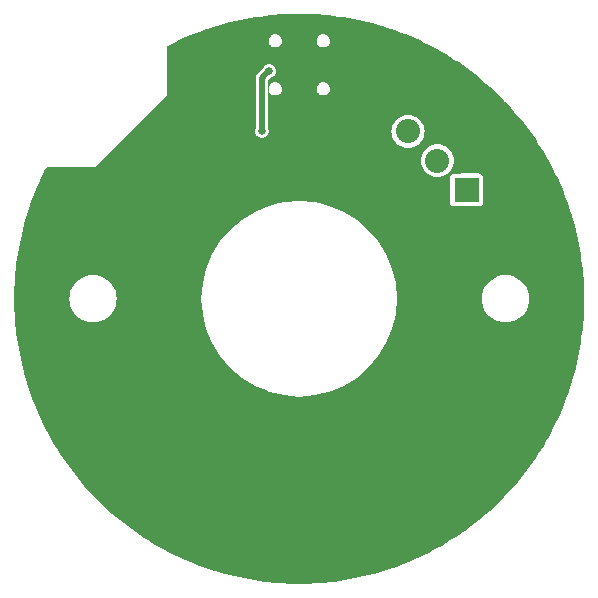
<source format=gbr>
G04 start of page 3 for group 1 idx 1 *
G04 Title: (unknown), solder *
G04 Creator: pcb 4.0.2 *
G04 CreationDate: Thu Apr 29 14:29:46 2021 UTC *
G04 For: petersen *
G04 Format: Gerber/RS-274X *
G04 PCB-Dimensions (mil): 2500.00 2500.00 *
G04 PCB-Coordinate-Origin: lower left *
%MOIN*%
%FSLAX25Y25*%
%LNBOTTOM*%
%ADD33C,0.0472*%
%ADD32C,0.0276*%
%ADD31C,0.6300*%
%ADD30C,0.0120*%
%ADD29C,0.0240*%
%ADD28C,0.0250*%
%ADD27C,0.1378*%
%ADD26C,0.0260*%
%ADD25C,0.0800*%
%ADD24C,0.0200*%
%ADD23C,0.0001*%
G54D23*G36*
X220000Y125000D02*X219986Y123342D01*
X219942Y121685D01*
X219870Y120028D01*
X219769Y118373D01*
X219638Y116720D01*
X219480Y115070D01*
X219292Y113422D01*
X219075Y111779D01*
X218830Y110139D01*
X218557Y108503D01*
X218255Y106873D01*
X217924Y105248D01*
X217565Y103630D01*
X217178Y102017D01*
X216763Y100412D01*
X216320Y98814D01*
X215849Y97225D01*
X215350Y95643D01*
X214824Y94071D01*
X214271Y92508D01*
X213690Y90955D01*
X213082Y89412D01*
X212448Y87881D01*
X211787Y86360D01*
X211099Y84851D01*
X210385Y83355D01*
X209646Y81871D01*
X208880Y80400D01*
X208089Y78943D01*
X207272Y77500D01*
X206431Y76071D01*
X205565Y74658D01*
X204674Y73259D01*
X203759Y71877D01*
X202819Y70510D01*
X201857Y69160D01*
X200870Y67828D01*
X199861Y66512D01*
X198829Y65215D01*
X197774Y63935D01*
X196697Y62674D01*
X195599Y61433D01*
X194479Y60210D01*
X193738Y59429D01*
Y117087D01*
X193750Y117086D01*
X194988Y117183D01*
X196196Y117473D01*
X197343Y117948D01*
X198402Y118597D01*
X199346Y119404D01*
X200153Y120348D01*
X200802Y121407D01*
X201277Y122554D01*
X201567Y123762D01*
X201640Y125000D01*
X201567Y126238D01*
X201277Y127446D01*
X200802Y128593D01*
X200153Y129652D01*
X199346Y130596D01*
X198402Y131403D01*
X197343Y132052D01*
X196196Y132527D01*
X194988Y132817D01*
X193750Y132914D01*
X193738Y132913D01*
Y190571D01*
X194479Y189790D01*
X195599Y188567D01*
X196697Y187326D01*
X197774Y186065D01*
X198829Y184785D01*
X199861Y183488D01*
X200870Y182172D01*
X201857Y180840D01*
X202819Y179490D01*
X203759Y178123D01*
X204674Y176741D01*
X205565Y175342D01*
X206431Y173929D01*
X207272Y172500D01*
X208089Y171057D01*
X208880Y169600D01*
X209646Y168129D01*
X210385Y166645D01*
X211099Y165149D01*
X211787Y163640D01*
X212448Y162119D01*
X213082Y160588D01*
X213690Y159045D01*
X214271Y157492D01*
X214824Y155929D01*
X215350Y154357D01*
X215849Y152775D01*
X216320Y151186D01*
X216763Y149588D01*
X217178Y147983D01*
X217565Y146370D01*
X217924Y144752D01*
X218255Y143127D01*
X218557Y141497D01*
X218830Y139861D01*
X219075Y138221D01*
X219292Y136578D01*
X219480Y134930D01*
X219638Y133280D01*
X219769Y131627D01*
X219870Y129972D01*
X219942Y128315D01*
X219986Y126658D01*
X220000Y125000D01*
G37*
G36*
X193738Y59429D02*X193337Y59007D01*
X192175Y57825D01*
X190993Y56663D01*
X189790Y55521D01*
X188567Y54401D01*
X187326Y53303D01*
X186065Y52226D01*
X184785Y51171D01*
X183488Y50139D01*
X182172Y49130D01*
X180840Y48143D01*
X180744Y48074D01*
Y155763D01*
X184979Y155770D01*
X185209Y155825D01*
X185427Y155916D01*
X185628Y156039D01*
X185808Y156192D01*
X185961Y156372D01*
X186084Y156573D01*
X186175Y156791D01*
X186230Y157021D01*
X186244Y157256D01*
X186230Y165492D01*
X186175Y165721D01*
X186084Y165939D01*
X185961Y166141D01*
X185808Y166320D01*
X185628Y166474D01*
X185427Y166597D01*
X185209Y166687D01*
X184979Y166742D01*
X184744Y166756D01*
X180744Y166750D01*
Y201926D01*
X180840Y201857D01*
X182172Y200870D01*
X183488Y199861D01*
X184785Y198829D01*
X186065Y197774D01*
X187326Y196697D01*
X188567Y195599D01*
X189790Y194479D01*
X190993Y193337D01*
X192175Y192175D01*
X193337Y190993D01*
X193738Y190571D01*
Y132913D01*
X192512Y132817D01*
X191304Y132527D01*
X190157Y132052D01*
X189098Y131403D01*
X188154Y130596D01*
X187347Y129652D01*
X186698Y128593D01*
X186223Y127446D01*
X185933Y126238D01*
X185836Y125000D01*
X185933Y123762D01*
X186223Y122554D01*
X186698Y121407D01*
X187347Y120348D01*
X188154Y119404D01*
X189098Y118597D01*
X190157Y117948D01*
X191304Y117473D01*
X192512Y117183D01*
X193738Y117087D01*
Y59429D01*
G37*
G36*
X180744Y48074D02*X179490Y47181D01*
X178123Y46241D01*
X176741Y45326D01*
X175342Y44435D01*
X173929Y43569D01*
X172500Y42728D01*
X171057Y41911D01*
X170992Y41875D01*
Y165484D01*
X171000Y165483D01*
X171863Y165551D01*
X172705Y165753D01*
X173505Y166084D01*
X174243Y166537D01*
X174901Y167099D01*
X175463Y167757D01*
X175916Y168495D01*
X176247Y169295D01*
X176449Y170137D01*
X176500Y171000D01*
X176449Y171863D01*
X176247Y172705D01*
X175916Y173505D01*
X175463Y174243D01*
X174901Y174901D01*
X174243Y175463D01*
X173505Y175916D01*
X172705Y176247D01*
X171863Y176449D01*
X171000Y176517D01*
X170992Y176516D01*
Y208125D01*
X171057Y208089D01*
X172500Y207272D01*
X173929Y206431D01*
X175342Y205565D01*
X176741Y204674D01*
X178123Y203759D01*
X179490Y202819D01*
X180744Y201926D01*
Y166750D01*
X176508Y166742D01*
X176279Y166687D01*
X176061Y166597D01*
X175859Y166474D01*
X175680Y166320D01*
X175526Y166141D01*
X175403Y165939D01*
X175313Y165721D01*
X175258Y165492D01*
X175244Y165256D01*
X175258Y157021D01*
X175313Y156791D01*
X175403Y156573D01*
X175526Y156372D01*
X175680Y156192D01*
X175859Y156039D01*
X176061Y155916D01*
X176279Y155825D01*
X176508Y155770D01*
X176744Y155756D01*
X180744Y155763D01*
Y48074D01*
G37*
G36*
X170992Y41875D02*X169600Y41120D01*
X168129Y40354D01*
X166645Y39615D01*
X165149Y38901D01*
X163640Y38213D01*
X162119Y37552D01*
X161248Y37191D01*
Y175227D01*
X161257Y175226D01*
X162120Y175294D01*
X162962Y175496D01*
X163761Y175828D01*
X164499Y176280D01*
X165158Y176842D01*
X165720Y177501D01*
X166172Y178239D01*
X166504Y179038D01*
X166706Y179880D01*
X166757Y180743D01*
X166706Y181606D01*
X166504Y182448D01*
X166172Y183248D01*
X165720Y183986D01*
X165158Y184644D01*
X164499Y185207D01*
X163761Y185659D01*
X162962Y185990D01*
X162120Y186192D01*
X161257Y186260D01*
X161248Y186260D01*
Y212809D01*
X162119Y212448D01*
X163640Y211787D01*
X165149Y211099D01*
X166645Y210385D01*
X168129Y209646D01*
X169600Y208880D01*
X170992Y208125D01*
Y176516D01*
X170137Y176449D01*
X169295Y176247D01*
X168495Y175916D01*
X167757Y175463D01*
X167099Y174901D01*
X166537Y174243D01*
X166084Y173505D01*
X165753Y172705D01*
X165551Y171863D01*
X165483Y171000D01*
X165551Y170137D01*
X165753Y169295D01*
X166084Y168495D01*
X166537Y167757D01*
X167099Y167099D01*
X167757Y166537D01*
X168495Y166084D01*
X169295Y165753D01*
X170137Y165551D01*
X170992Y165484D01*
Y41875D01*
G37*
G36*
X161248Y37191D02*X160588Y36918D01*
X159045Y36310D01*
X157492Y35729D01*
X155929Y35176D01*
X154357Y34650D01*
X152775Y34151D01*
X151186Y33680D01*
X149588Y33237D01*
X147983Y32822D01*
X146370Y32435D01*
X144752Y32076D01*
X143127Y31745D01*
X141497Y31443D01*
X139861Y31170D01*
X138221Y30925D01*
X136578Y30708D01*
X134930Y30520D01*
X133280Y30362D01*
X132997Y30339D01*
Y93497D01*
X135074Y93995D01*
X139800Y95953D01*
X144162Y98626D01*
X148052Y101948D01*
X151374Y105838D01*
X154047Y110200D01*
X156005Y114926D01*
X157199Y119900D01*
X157500Y125000D01*
X157199Y130100D01*
X156005Y135074D01*
X154047Y139800D01*
X151374Y144162D01*
X148052Y148052D01*
X144162Y151374D01*
X139800Y154047D01*
X135074Y156005D01*
X132997Y156503D01*
Y192793D01*
X133000Y192793D01*
X133345Y192820D01*
X133682Y192901D01*
X134002Y193034D01*
X134297Y193215D01*
X134560Y193440D01*
X134785Y193703D01*
X134966Y193998D01*
X135099Y194318D01*
X135180Y194655D01*
X135200Y195000D01*
X135180Y195345D01*
X135099Y195682D01*
X134966Y196002D01*
X134785Y196297D01*
X134560Y196560D01*
X134297Y196785D01*
X134002Y196966D01*
X133682Y197099D01*
X133345Y197180D01*
X133000Y197207D01*
X132997Y197207D01*
Y208743D01*
X133000Y208743D01*
X133353Y208771D01*
X133697Y208854D01*
X134025Y208989D01*
X134327Y209174D01*
X134596Y209404D01*
X134826Y209673D01*
X135011Y209975D01*
X135146Y210303D01*
X135229Y210647D01*
X135250Y211000D01*
X135229Y211353D01*
X135146Y211697D01*
X135011Y212025D01*
X134826Y212327D01*
X134596Y212596D01*
X134327Y212826D01*
X134025Y213011D01*
X133697Y213146D01*
X133353Y213229D01*
X133000Y213257D01*
X132997Y213257D01*
Y219660D01*
X133280Y219638D01*
X134930Y219480D01*
X136578Y219292D01*
X138221Y219075D01*
X139861Y218830D01*
X141497Y218557D01*
X143127Y218255D01*
X144752Y217924D01*
X146370Y217565D01*
X147983Y217178D01*
X149588Y216763D01*
X151186Y216320D01*
X152775Y215849D01*
X154357Y215350D01*
X155929Y214824D01*
X157492Y214271D01*
X159045Y213690D01*
X160588Y213082D01*
X161248Y212809D01*
Y186260D01*
X160394Y186192D01*
X159552Y185990D01*
X158752Y185659D01*
X158014Y185207D01*
X157356Y184644D01*
X156793Y183986D01*
X156341Y183248D01*
X156010Y182448D01*
X155808Y181606D01*
X155740Y180743D01*
X155808Y179880D01*
X156010Y179038D01*
X156341Y178239D01*
X156793Y177501D01*
X157356Y176842D01*
X158014Y176280D01*
X158752Y175828D01*
X159552Y175496D01*
X160394Y175294D01*
X161248Y175227D01*
Y37191D01*
G37*
G36*
X132997Y156503D02*X130100Y157199D01*
X125000Y157600D01*
X119900Y157199D01*
X116997Y156502D01*
Y192743D01*
X117000Y192743D01*
X117353Y192771D01*
X117697Y192854D01*
X118025Y192989D01*
X118327Y193174D01*
X118596Y193404D01*
X118826Y193673D01*
X119011Y193975D01*
X119146Y194303D01*
X119229Y194647D01*
X119250Y195000D01*
X119229Y195353D01*
X119146Y195697D01*
X119011Y196025D01*
X118826Y196327D01*
X118596Y196596D01*
X118327Y196826D01*
X118025Y197011D01*
X117697Y197146D01*
X117353Y197229D01*
X117000Y197257D01*
X116997Y197257D01*
Y199856D01*
X117056Y199953D01*
X117194Y200287D01*
X117279Y200639D01*
X117300Y201000D01*
X117279Y201361D01*
X117194Y201713D01*
X117056Y202047D01*
X116997Y202144D01*
Y208793D01*
X117000Y208793D01*
X117345Y208820D01*
X117682Y208901D01*
X118002Y209034D01*
X118297Y209215D01*
X118560Y209440D01*
X118785Y209703D01*
X118966Y209998D01*
X119099Y210318D01*
X119180Y210655D01*
X119200Y211000D01*
X119180Y211345D01*
X119099Y211682D01*
X118966Y212002D01*
X118785Y212297D01*
X118560Y212560D01*
X118297Y212785D01*
X118002Y212966D01*
X117682Y213099D01*
X117345Y213180D01*
X117000Y213207D01*
X116997Y213207D01*
Y219660D01*
X118373Y219769D01*
X120028Y219870D01*
X121685Y219942D01*
X123342Y219986D01*
X125000Y220000D01*
X126658Y219986D01*
X128315Y219942D01*
X129972Y219870D01*
X131627Y219769D01*
X132997Y219660D01*
Y213257D01*
X132647Y213229D01*
X132303Y213146D01*
X131975Y213011D01*
X131673Y212826D01*
X131404Y212596D01*
X131174Y212327D01*
X130989Y212025D01*
X130854Y211697D01*
X130771Y211353D01*
X130743Y211000D01*
X130771Y210647D01*
X130854Y210303D01*
X130989Y209975D01*
X131174Y209673D01*
X131404Y209404D01*
X131673Y209174D01*
X131975Y208989D01*
X132303Y208854D01*
X132647Y208771D01*
X132997Y208743D01*
Y197207D01*
X132655Y197180D01*
X132318Y197099D01*
X131998Y196966D01*
X131703Y196785D01*
X131440Y196560D01*
X131215Y196297D01*
X131034Y196002D01*
X130901Y195682D01*
X130820Y195345D01*
X130793Y195000D01*
X130820Y194655D01*
X130901Y194318D01*
X131034Y193998D01*
X131215Y193703D01*
X131440Y193440D01*
X131703Y193215D01*
X131998Y193034D01*
X132318Y192901D01*
X132655Y192820D01*
X132997Y192793D01*
Y156503D01*
G37*
G36*
Y30339D02*X131627Y30231D01*
X129972Y30130D01*
X128315Y30058D01*
X126658Y30014D01*
X125000Y30000D01*
X123342Y30014D01*
X121685Y30058D01*
X120028Y30130D01*
X118373Y30231D01*
X116997Y30340D01*
Y93498D01*
X119900Y92801D01*
X125000Y92400D01*
X130100Y92801D01*
X132997Y93497D01*
Y30339D01*
G37*
G36*
X116997Y202144D02*X116866Y202356D01*
X116631Y202631D01*
X116356Y202866D01*
X116047Y203056D01*
X115713Y203194D01*
X115361Y203279D01*
X115000Y203307D01*
X114639Y203279D01*
X114287Y203194D01*
X113953Y203056D01*
X113746Y202929D01*
Y219329D01*
X115070Y219480D01*
X116720Y219638D01*
X116997Y219660D01*
Y213207D01*
X116655Y213180D01*
X116318Y213099D01*
X115998Y212966D01*
X115703Y212785D01*
X115440Y212560D01*
X115215Y212297D01*
X115034Y212002D01*
X114901Y211682D01*
X114820Y211345D01*
X114793Y211000D01*
X114820Y210655D01*
X114901Y210318D01*
X115034Y209998D01*
X115215Y209703D01*
X115440Y209440D01*
X115703Y209215D01*
X115998Y209034D01*
X116318Y208901D01*
X116655Y208820D01*
X116997Y208793D01*
Y202144D01*
G37*
G36*
Y156502D02*X114926Y156005D01*
X113746Y155516D01*
Y179066D01*
X113856Y179134D01*
X114131Y179369D01*
X114366Y179644D01*
X114556Y179953D01*
X114694Y180287D01*
X114779Y180639D01*
X114800Y181000D01*
X114779Y181361D01*
X114694Y181713D01*
X114556Y182047D01*
X114500Y182138D01*
Y197801D01*
X115438Y198740D01*
X115713Y198806D01*
X116047Y198944D01*
X116356Y199134D01*
X116631Y199369D01*
X116866Y199644D01*
X116997Y199856D01*
Y197257D01*
X116647Y197229D01*
X116303Y197146D01*
X115975Y197011D01*
X115673Y196826D01*
X115404Y196596D01*
X115174Y196327D01*
X114989Y196025D01*
X114854Y195697D01*
X114771Y195353D01*
X114743Y195000D01*
X114771Y194647D01*
X114854Y194303D01*
X114989Y193975D01*
X115174Y193673D01*
X115404Y193404D01*
X115673Y193174D01*
X115975Y192989D01*
X116303Y192854D01*
X116647Y192771D01*
X116997Y192743D01*
Y156502D01*
G37*
G36*
Y30340D02*X116720Y30362D01*
X115070Y30520D01*
X113746Y30671D01*
Y94484D01*
X114926Y93995D01*
X116997Y93498D01*
Y30340D01*
G37*
G36*
X113746Y30671D02*X113422Y30708D01*
X111779Y30925D01*
X110139Y31170D01*
X108503Y31443D01*
X106873Y31745D01*
X105248Y32076D01*
X103630Y32435D01*
X102017Y32822D01*
X100412Y33237D01*
X98814Y33680D01*
X97225Y34151D01*
X95643Y34650D01*
X94071Y35176D01*
X92508Y35729D01*
X90955Y36310D01*
X89412Y36918D01*
X87881Y37552D01*
X86360Y38213D01*
X84851Y38901D01*
X83355Y39615D01*
X81871Y40354D01*
X80400Y41120D01*
X78943Y41911D01*
X77500Y42728D01*
X76071Y43569D01*
X74658Y44435D01*
X73259Y45326D01*
X71877Y46241D01*
X70510Y47181D01*
X69160Y48143D01*
X67828Y49130D01*
X66512Y50139D01*
X65215Y51171D01*
X63935Y52226D01*
X62674Y53303D01*
X61433Y54401D01*
X60210Y55521D01*
X59007Y56663D01*
X57825Y57825D01*
X56663Y59007D01*
X56238Y59455D01*
Y117087D01*
X56250Y117086D01*
X57488Y117183D01*
X58696Y117473D01*
X59843Y117948D01*
X60902Y118597D01*
X61846Y119404D01*
X62653Y120348D01*
X63302Y121407D01*
X63777Y122554D01*
X64067Y123762D01*
X64140Y125000D01*
X64067Y126238D01*
X63777Y127446D01*
X63302Y128593D01*
X62653Y129652D01*
X61846Y130596D01*
X60902Y131403D01*
X59843Y132052D01*
X58696Y132527D01*
X57488Y132817D01*
X56250Y132914D01*
X56238Y132913D01*
Y169000D01*
X57000D01*
X81000Y193000D01*
Y209193D01*
X81871Y209646D01*
X83355Y210385D01*
X84851Y211099D01*
X86360Y211787D01*
X87881Y212448D01*
X89412Y213082D01*
X90955Y213690D01*
X92508Y214271D01*
X94071Y214824D01*
X95643Y215350D01*
X97225Y215849D01*
X98814Y216320D01*
X100412Y216763D01*
X102017Y217178D01*
X103630Y217565D01*
X105248Y217924D01*
X106873Y218255D01*
X108503Y218557D01*
X110139Y218830D01*
X111779Y219075D01*
X113422Y219292D01*
X113746Y219329D01*
Y202929D01*
X113644Y202866D01*
X113369Y202631D01*
X113134Y202356D01*
X112944Y202047D01*
X112842Y201800D01*
X111141Y200100D01*
X111081Y200048D01*
X110877Y199809D01*
X110712Y199541D01*
X110592Y199250D01*
X110519Y198944D01*
X110494Y198630D01*
X110500Y198552D01*
Y182138D01*
X110444Y182047D01*
X110306Y181713D01*
X110221Y181361D01*
X110193Y181000D01*
X110221Y180639D01*
X110306Y180287D01*
X110444Y179953D01*
X110634Y179644D01*
X110869Y179369D01*
X111144Y179134D01*
X111453Y178944D01*
X111787Y178806D01*
X112139Y178721D01*
X112500Y178693D01*
X112861Y178721D01*
X113213Y178806D01*
X113547Y178944D01*
X113746Y179066D01*
Y155516D01*
X110200Y154047D01*
X105838Y151374D01*
X101948Y148052D01*
X98626Y144162D01*
X95953Y139800D01*
X93995Y135074D01*
X92801Y130100D01*
X92400Y125000D01*
X92801Y119900D01*
X93995Y114926D01*
X95953Y110200D01*
X98626Y105838D01*
X101948Y101948D01*
X105838Y98626D01*
X110200Y95953D01*
X113746Y94484D01*
Y30671D01*
G37*
G36*
X56238Y59455D02*X55521Y60210D01*
X54401Y61433D01*
X53303Y62674D01*
X52226Y63935D01*
X51171Y65215D01*
X50139Y66512D01*
X49130Y67828D01*
X48143Y69160D01*
X47181Y70510D01*
X46241Y71877D01*
X45326Y73259D01*
X44435Y74658D01*
X43569Y76071D01*
X42728Y77500D01*
X41911Y78943D01*
X41120Y80400D01*
X40354Y81871D01*
X39615Y83355D01*
X38901Y84851D01*
X38213Y86360D01*
X37552Y87881D01*
X36918Y89412D01*
X36310Y90955D01*
X35729Y92508D01*
X35176Y94071D01*
X34650Y95643D01*
X34151Y97225D01*
X33680Y98814D01*
X33237Y100412D01*
X32822Y102017D01*
X32435Y103630D01*
X32076Y105248D01*
X31745Y106873D01*
X31443Y108503D01*
X31170Y110139D01*
X30925Y111779D01*
X30708Y113422D01*
X30520Y115070D01*
X30362Y116720D01*
X30231Y118373D01*
X30130Y120028D01*
X30058Y121685D01*
X30014Y123342D01*
X30000Y125000D01*
X30014Y126658D01*
X30058Y128315D01*
X30130Y129972D01*
X30231Y131627D01*
X30362Y133280D01*
X30520Y134930D01*
X30708Y136578D01*
X30925Y138221D01*
X31170Y139861D01*
X31443Y141497D01*
X31745Y143127D01*
X32076Y144752D01*
X32435Y146370D01*
X32822Y147983D01*
X33237Y149588D01*
X33680Y151186D01*
X34151Y152775D01*
X34650Y154357D01*
X35176Y155929D01*
X35729Y157492D01*
X36310Y159045D01*
X36918Y160588D01*
X37552Y162119D01*
X38213Y163640D01*
X38901Y165149D01*
X39615Y166645D01*
X40354Y168129D01*
X40807Y169000D01*
X56238D01*
Y132913D01*
X55012Y132817D01*
X53804Y132527D01*
X52657Y132052D01*
X51598Y131403D01*
X50654Y130596D01*
X49847Y129652D01*
X49198Y128593D01*
X48723Y127446D01*
X48433Y126238D01*
X48336Y125000D01*
X48433Y123762D01*
X48723Y122554D01*
X49198Y121407D01*
X49847Y120348D01*
X50654Y119404D01*
X51598Y118597D01*
X52657Y117948D01*
X53804Y117473D01*
X55012Y117183D01*
X56238Y117087D01*
Y59455D01*
G37*
G54D24*X115000Y201130D02*X112500Y198630D01*
Y181000D01*
G54D23*G36*
X176744Y165256D02*Y157256D01*
X184744D01*
Y165256D01*
X176744D01*
G37*
G54D25*X171000Y171000D03*
X161257Y180743D03*
G54D26*X112500Y181000D03*
X115000Y201000D03*
G54D27*G54D28*G54D29*G54D30*G54D27*G54D31*G54D28*G54D29*G54D32*G54D33*G54D32*M02*

</source>
